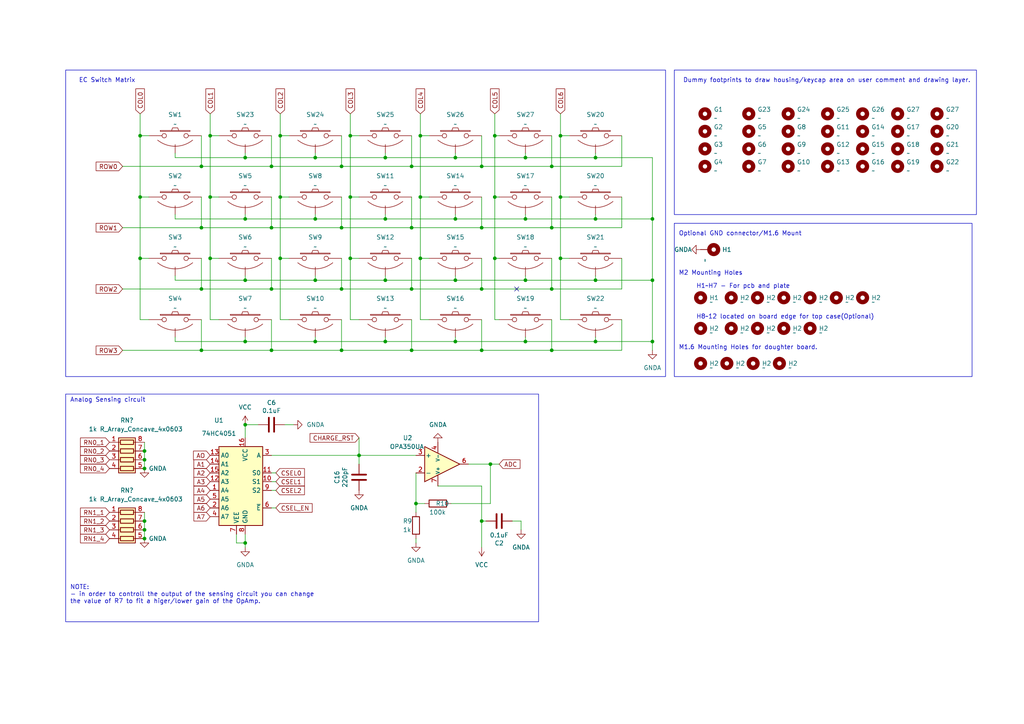
<source format=kicad_sch>
(kicad_sch (version 20230121) (generator eeschema)
  (paper "A4")
  (title_block (title "Key Matrix") (date "2023-07-18") (rev "1.0") (comment 2 "MIT License"))
  (lib_symbols
    (symbol "74xx:74HC4051"
      (property "Reference" "U" (at -5.08 11.43 0))
      (property "Value" "74HC4051" (at -7.62 -13.97 0))
      (symbol "74HC4051_0_1"
        (rectangle (start -5.08 10.16) (end 7.62 -12.7) (stroke (width 0.254)) (fill (type background)))
      )
      (symbol "74HC4051_1_1"
        (pin passive line (at 10.16 -2.54 180) (length 2.54) (name "A4") (number "1"))
        (pin input line (at -7.62 0 0) (length 2.54) (name "S1") (number "10"))
        (pin input line (at -7.62 2.54 0) (length 2.54) (name "S0") (number "11"))
        (pin passive line (at 10.16 0 180) (length 2.54) (name "A3") (number "12"))
        (pin passive line (at 10.16 7.62 180) (length 2.54) (name "A0") (number "13"))
        (pin passive line (at 10.16 5.08 180) (length 2.54) (name "A1") (number "14"))
        (pin passive line (at 10.16 2.54 180) (length 2.54) (name "A2") (number "15"))
        (pin power_in line (at 0 12.7 270) (length 2.54) (name "VCC") (number "16"))
        (pin passive line (at 10.16 -7.62 180) (length 2.54) (name "A6") (number "2"))
        (pin passive line (at -7.62 7.62 0) (length 2.54) (name "A") (number "3"))
        (pin passive line (at 10.16 -10.16 180) (length 2.54) (name "A7") (number "4"))
        (pin passive line (at 10.16 -5.08 180) (length 2.54) (name "A5") (number "5"))
        (pin input line (at -7.62 -7.62 0) (length 2.54) (name "~{E}") (number "6"))
        (pin power_in line (at 2.54 -15.24 90) (length 2.54) (name "VEE") (number "7"))
        (pin power_in line (at 0 -15.24 90) (length 2.54) (name "GND") (number "8"))
        (pin input line (at -7.62 -2.54 0) (length 2.54) (name "S2") (number "9"))
      )
    )
    (symbol "Device:C" (pin_numbers hide) (pin_names (offset 0.254))
      (property "Reference" "C" (at 0.635 2.54 0))
      (property "Value" "C" (at 0.635 -2.54 0))
      (symbol "C_0_1"
        (polyline (pts (xy -2.032 -0.762) (xy 2.032 -0.762)) (stroke (width 0.508)))
        (polyline (pts (xy -2.032 0.762) (xy 2.032 0.762)) (stroke (width 0.508)))
      )
      (symbol "C_1_1"
        (pin passive line (at 0 3.81 270) (length 2.794) (name "~") (number "1"))
        (pin passive line (at 0 -3.81 90) (length 2.794) (name "~") (number "2"))
      )
    )
    (symbol "Device:R" (pin_numbers hide) (pin_names (offset 0))
      (property "Reference" "R" (at 2.032 0 90))
      (property "Value" "R" (at 0 0 90))
      (symbol "R_0_1"
        (rectangle (start -1.016 -2.54) (end 1.016 2.54) (stroke (width 0.254)))
      )
      (symbol "R_1_1"
        (pin passive line (at 0 3.81 270) (length 1.27) (name "~") (number "1"))
        (pin passive line (at 0 -3.81 90) (length 1.27) (name "~") (number "2"))
      )
    )
    (symbol "Mechanical:MountingHole" (pin_names (offset 1.016))
      (property "Reference" "H" (at 0 5.08 0))
      (property "Value" "MountingHole" (at 0 3.175 0))
      (symbol "MountingHole_0_1"
        (circle (center 0 0) (radius 1.27) (stroke (width 1.27)))
      )
    )
    (symbol "Mechanical:MountingHole_Pad" (pin_numbers hide) (pin_names (offset 1.016) hide)
      (property "Reference" "H" (at 0 6.35 0))
      (property "Value" "MountingHole_Pad" (at 0 4.445 0))
      (symbol "MountingHole_Pad_0_1"
        (circle (center 0 1.27) (radius 1.27) (stroke (width 1.27)))
      )
      (symbol "MountingHole_Pad_1_1"
        (pin input line (at 0 -2.54 90) (length 2.54) (name "1") (number "1"))
      )
    )
    (symbol "PCM_Amplifier_Operational_AKL:OPA350UA" (pin_names (offset 0.2))
      (property "Reference" "U" (at 2.54 7.62 0))
      (property "Value" "OPA350UA" (at 2.54 5.08 0))
      (symbol "OPA350UA_0_1"
        (polyline (pts (xy -5.08 5.08) (xy -5.08 -5.08) (xy 5.08 0) (xy -5.08 5.08)) (stroke (width 0.254)) (fill (type background)))
      )
      (symbol "OPA350UA_1_1"
        (pin no_connect line (at 1.27 1.27 270) (length 2.54) hide (name "NC") (number "1"))
        (pin input line (at -7.62 2.54 0) (length 2.54) (name "-") (number "2"))
        (pin input line (at -7.62 -2.54 0) (length 2.54) (name "+") (number "3"))
        (pin power_in line (at -1.27 -6.35 90) (length 3.18) (name "V-") (number "4"))
        (pin no_connect line (at 0 -1.27 90) (length 2.54) hide (name "NC") (number "5"))
        (pin output line (at 7.62 0 180) (length 2.54) (name "~") (number "6"))
        (pin power_in line (at -1.27 6.35 270) (length 3.18) (name "V+") (number "7"))
        (pin no_connect line (at -2.54 -1.27 90) (length 2.54) hide (name "NC") (number "8"))
      )
    )
    (symbol "PCM_Resistor_AKL:R_4x0612_Convex" (pin_names (offset 0.002) hide)
      (property "Reference" "RN" (at 5.08 1.27 0))
      (property "Value" "R_4x0612_Convex" (at 5.08 -1.27 0))
      (symbol "R_4x0612_Convex_0_1"
        (rectangle (start -6.35 -2.413) (end 3.81 2.413) (stroke (width 0.254)) (fill (type background)))
        (rectangle (start -5.715 1.905) (end -4.445 -1.905) (stroke (width 0.254)))
        (rectangle (start -3.175 1.905) (end -1.905 -1.905) (stroke (width 0.254)))
        (rectangle (start -0.635 1.905) (end 0.635 -1.905) (stroke (width 0.254)))
        (polyline (pts (xy -5.08 -2.54) (xy -5.08 -1.905)))
        (polyline (pts (xy -5.08 1.905) (xy -5.08 2.54)))
        (polyline (pts (xy -2.54 -2.54) (xy -2.54 -1.905)))
        (polyline (pts (xy -2.54 1.905) (xy -2.54 2.54)))
        (polyline (pts (xy 0 -2.54) (xy 0 -1.905)))
        (polyline (pts (xy 0 1.905) (xy 0 2.54)))
        (polyline (pts (xy 2.54 -2.54) (xy 2.54 -1.905)))
        (polyline (pts (xy 2.54 1.905) (xy 2.54 2.54)))
        (rectangle (start 1.905 1.905) (end 3.175 -1.905) (stroke (width 0.254)))
      )
      (symbol "R_4x0612_Convex_1_1"
        (pin passive line (at -5.08 -5.08 90) (length 2.54) (name "R1.1") (number "1"))
        (pin passive line (at -2.54 -5.08 90) (length 2.54) (name "R2.1") (number "2"))
        (pin passive line (at 0 -5.08 90) (length 2.54) (name "R3.1") (number "3"))
        (pin passive line (at 2.54 -5.08 90) (length 2.54) (name "R4.1") (number "4"))
        (pin passive line (at 2.54 5.08 270) (length 2.54) (name "R4.2") (number "5"))
        (pin passive line (at 0 5.08 270) (length 2.54) (name "R3.2") (number "6"))
        (pin passive line (at -2.54 5.08 270) (length 2.54) (name "R2.2") (number "7"))
        (pin passive line (at -5.08 5.08 270) (length 2.54) (name "R1.2") (number "8"))
      )
    )
    (symbol "cipulot_parts:EC_SW" (pin_numbers hide) (pin_names (offset 1.016) hide)
      (property "Reference" "SW" (at 3.81 2.794 0))
      (property "Value" "EC_SW" (at -3.81 3.81 0))
      (symbol "EC_SW_0_1"
        (arc (start -5.08 -1.27) (mid 0 -3.052) (end 5.08 -1.27))
        (rectangle (start -4.318 1.27) (end 4.318 1.524))
        (polyline (pts (xy -1.016 1.524) (xy -0.762 2.286) (xy 0.762 2.286) (xy 1.016 1.524)))
        (pin passive inverted (at -7.62 0 0) (length 5.08) (name "1") (number "1"))
        (pin passive inverted (at 7.62 0 180) (length 5.08) (name "2") (number "2"))
      )
      (symbol "EC_SW_1_1"
        (pin input line (at 0 -5.08 90) (length 2.54) (name "SG") (number "3"))
      )
    )
    (symbol "power:GNDA" (power) (pin_names (offset 0))
      (property "Value" "GNDA" (at 0 -3.81 0))
      (symbol "GNDA_0_1"
        (polyline (pts (xy 0 0) (xy 0 -1.27) (xy 1.27 -1.27) (xy 0 -2.54) (xy -1.27 -1.27) (xy 0 -1.27)))
      )
      (symbol "GNDA_1_1"
        (pin power_in line (at 0 0 270) (length 0) hide (name "GNDA") (number "1"))
      )
    )
    (symbol "power:VCC" (power) (pin_names (offset 0))
      (property "Value" "VCC" (at 0 3.81 0))
      (symbol "VCC_0_1"
        (polyline (pts (xy -0.762 1.27) (xy 0 2.54)))
        (polyline (pts (xy 0 0) (xy 0 2.54)))
        (polyline (pts (xy 0 2.54) (xy 0.762 1.27)))
      )
      (symbol "VCC_1_1"
        (pin power_in line (at 0 0 90) (length 0) hide (name "VCC") (number "1"))
      )
    )
  )
  (junction (at 132.08 63.5))
  (junction (at 91.44 63.5))
  (junction (at 60.96 74.93))
  (junction (at 81.28 74.93))
  (junction (at 71.12 81.28))
  (junction (at 152.4 63.5))
  (junction (at 162.56 74.93))
  (junction (at 111.76 81.28))
  (junction (at 81.28 57.15))
  (junction (at 132.08 81.28))
  (junction (at 143.51 39.37))
  (junction (at 81.28 39.37))
  (junction (at 99.06 101.6))
  (junction (at 142.24 134.62))
  (junction (at 78.74 101.6))
  (junction (at 152.4 99.06))
  (junction (at 132.08 99.06))
  (junction (at 71.12 63.5))
  (junction (at 41.91 156.21))
  (junction (at 139.7 151.13))
  (junction (at 189.23 63.5))
  (junction (at 40.64 57.15))
  (junction (at 58.42 83.82))
  (junction (at 78.74 83.82))
  (junction (at 41.91 135.89))
  (junction (at 60.96 39.37))
  (junction (at 41.91 153.67))
  (junction (at 58.42 101.6))
  (junction (at 111.76 99.06))
  (junction (at 71.12 45.72))
  (junction (at 143.51 57.15))
  (junction (at 119.38 83.82))
  (junction (at 78.74 48.26))
  (junction (at 172.72 99.06))
  (junction (at 160.02 66.04))
  (junction (at 71.12 123.19))
  (junction (at 91.44 81.28))
  (junction (at 101.6 74.93))
  (junction (at 119.38 66.04))
  (junction (at 143.51 74.93))
  (junction (at 152.4 81.28))
  (junction (at 91.44 99.06))
  (junction (at 58.42 48.26))
  (junction (at 121.92 74.93))
  (junction (at 99.06 66.04))
  (junction (at 160.02 83.82))
  (junction (at 60.96 57.15))
  (junction (at 162.56 39.37))
  (junction (at 41.91 151.13))
  (junction (at 132.08 45.72))
  (junction (at 121.92 39.37))
  (junction (at 58.42 66.04))
  (junction (at 71.12 157.48))
  (junction (at 78.74 66.04))
  (junction (at 101.6 39.37))
  (junction (at 111.76 63.5))
  (junction (at 120.65 146.05))
  (junction (at 111.76 45.72))
  (junction (at 139.7 83.82))
  (junction (at 172.72 63.5))
  (junction (at 162.56 57.15))
  (junction (at 41.91 133.35))
  (junction (at 40.64 39.37))
  (junction (at 104.14 132.08))
  (junction (at 189.23 81.28))
  (junction (at 172.72 45.72))
  (junction (at 91.44 45.72))
  (junction (at 152.4 45.72))
  (junction (at 119.38 48.26))
  (junction (at 139.7 66.04))
  (junction (at 40.64 74.93))
  (junction (at 139.7 101.6))
  (junction (at 121.92 57.15))
  (junction (at 99.06 83.82))
  (junction (at 139.7 48.26))
  (junction (at 119.38 101.6))
  (junction (at 101.6 57.15))
  (junction (at 172.72 81.28))
  (junction (at 160.02 101.6))
  (junction (at 41.91 130.81))
  (junction (at 99.06 48.26))
  (junction (at 189.23 99.06))
  (junction (at 160.02 48.26))
  (junction (at 71.12 99.06))
  (no_connect (at 149.86 83.82))
  (wire (pts (xy 71.12 62.23) (xy 71.12 63.5)))
  (wire (pts (xy 152.4 80.01) (xy 152.4 81.28)))
  (wire (pts (xy 60.96 39.37) (xy 63.5 39.37)))
  (wire (pts (xy 60.96 92.71) (xy 60.96 74.93)))
  (wire (pts (xy 78.74 92.71) (xy 78.74 101.6)))
  (wire (pts (xy 81.28 39.37) (xy 81.28 57.15)))
  (wire (pts (xy 119.38 66.04) (xy 139.7 66.04)))
  (wire (pts (xy 143.51 39.37) (xy 144.78 39.37)))
  (wire (pts (xy 99.06 83.82) (xy 119.38 83.82)))
  (wire (pts (xy 71.12 157.48) (xy 71.12 158.75)))
  (wire (pts (xy 121.92 74.93) (xy 124.46 74.93)))
  (wire (pts (xy 139.7 101.6) (xy 119.38 101.6)))
  (wire (pts (xy 80.01 147.32) (xy 78.74 147.32)))
  (wire (pts (xy 162.56 74.93) (xy 165.1 74.93)))
  (wire (pts (xy 81.28 33.02) (xy 81.28 39.37)))
  (wire (pts (xy 148.59 151.13) (xy 151.13 151.13)))
  (wire (pts (xy 160.02 39.37) (xy 160.02 48.26)))
  (wire (pts (xy 50.8 80.01) (xy 50.8 81.28)))
  (wire (pts (xy 111.76 81.28) (xy 132.08 81.28)))
  (wire (pts (xy 127 140.97) (xy 139.7 140.97)))
  (wire (pts (xy 78.74 101.6) (xy 58.42 101.6)))
  (wire (pts (xy 99.06 66.04) (xy 119.38 66.04)))
  (wire (pts (xy 132.08 62.23) (xy 132.08 63.5)))
  (wire (pts (xy 101.6 39.37) (xy 104.14 39.37)))
  (wire (pts (xy 121.92 39.37) (xy 124.46 39.37)))
  (wire (pts (xy 180.34 101.6) (xy 160.02 101.6)))
  (wire (pts (xy 142.24 134.62) (xy 144.78 134.62)))
  (wire (pts (xy 139.7 66.04) (xy 160.02 66.04)))
  (wire (pts (xy 91.44 45.72) (xy 111.76 45.72)))
  (wire (pts (xy 111.76 80.01) (xy 111.76 81.28)))
  (wire (pts (xy 99.06 74.93) (xy 99.06 83.82)))
  (wire (pts (xy 78.74 48.26) (xy 99.06 48.26)))
  (wire (pts (xy 99.06 39.37) (xy 99.06 48.26)))
  (wire (pts (xy 91.44 97.79) (xy 91.44 99.06)))
  (wire (pts (xy 111.76 45.72) (xy 132.08 45.72)))
  (wire (pts (xy 58.42 48.26) (xy 78.74 48.26)))
  (wire (pts (xy 99.06 48.26) (xy 119.38 48.26)))
  (wire (pts (xy 189.23 99.06) (xy 189.23 101.6)))
  (wire (pts (xy 41.91 133.35) (xy 41.91 130.81)))
  (wire (pts (xy 99.06 92.71) (xy 99.06 101.6)))
  (wire (pts (xy 63.5 92.71) (xy 60.96 92.71)))
  (wire (pts (xy 91.44 80.01) (xy 91.44 81.28)))
  (wire (pts (xy 120.65 156.21) (xy 120.65 157.48)))
  (wire (pts (xy 140.97 151.13) (xy 139.7 151.13)))
  (wire (pts (xy 104.14 92.71) (xy 101.6 92.71)))
  (wire (pts (xy 160.02 83.82) (xy 180.34 83.82)))
  (wire (pts (xy 160.02 74.93) (xy 160.02 83.82)))
  (wire (pts (xy 50.8 44.45) (xy 50.8 45.72)))
  (wire (pts (xy 101.6 39.37) (xy 101.6 57.15)))
  (wire (pts (xy 120.65 146.05) (xy 123.19 146.05)))
  (wire (pts (xy 172.72 99.06) (xy 189.23 99.06)))
  (wire (pts (xy 189.23 45.72) (xy 189.23 63.5)))
  (wire (pts (xy 41.91 130.81) (xy 41.91 128.27)))
  (wire (pts (xy 172.72 97.79) (xy 172.72 99.06)))
  (wire (pts (xy 78.74 142.24) (xy 80.01 142.24)))
  (wire (pts (xy 180.34 57.15) (xy 180.34 66.04)))
  (wire (pts (xy 160.02 48.26) (xy 180.34 48.26)))
  (wire (pts (xy 119.38 101.6) (xy 99.06 101.6)))
  (wire (pts (xy 189.23 63.5) (xy 189.23 81.28)))
  (wire (pts (xy 81.28 39.37) (xy 83.82 39.37)))
  (wire (pts (xy 139.7 48.26) (xy 160.02 48.26)))
  (wire (pts (xy 135.89 134.62) (xy 142.24 134.62)))
  (wire (pts (xy 71.12 81.28) (xy 91.44 81.28)))
  (wire (pts (xy 60.96 57.15) (xy 60.96 39.37)))
  (wire (pts (xy 172.72 80.01) (xy 172.72 81.28)))
  (wire (pts (xy 172.72 63.5) (xy 189.23 63.5)))
  (wire (pts (xy 160.02 57.15) (xy 160.02 66.04)))
  (wire (pts (xy 162.56 74.93) (xy 162.56 92.71)))
  (wire (pts (xy 60.96 33.02) (xy 60.96 39.37)))
  (wire (pts (xy 40.64 39.37) (xy 40.64 57.15)))
  (wire (pts (xy 60.96 74.93) (xy 60.96 57.15)))
  (wire (pts (xy 35.56 48.26) (xy 58.42 48.26)))
  (wire (pts (xy 143.51 92.71) (xy 143.51 74.93)))
  (wire (pts (xy 101.6 92.71) (xy 101.6 74.93)))
  (wire (pts (xy 119.38 39.37) (xy 119.38 48.26)))
  (wire (pts (xy 71.12 45.72) (xy 91.44 45.72)))
  (wire (pts (xy 68.58 157.48) (xy 71.12 157.48)))
  (wire (pts (xy 121.92 33.02) (xy 121.92 39.37)))
  (wire (pts (xy 160.02 92.71) (xy 160.02 101.6)))
  (wire (pts (xy 101.6 57.15) (xy 104.14 57.15)))
  (wire (pts (xy 40.64 39.37) (xy 43.18 39.37)))
  (wire (pts (xy 91.44 99.06) (xy 111.76 99.06)))
  (wire (pts (xy 78.74 57.15) (xy 78.74 66.04)))
  (wire (pts (xy 152.4 44.45) (xy 152.4 45.72)))
  (wire (pts (xy 111.76 63.5) (xy 132.08 63.5)))
  (wire (pts (xy 40.64 74.93) (xy 43.18 74.93)))
  (wire (pts (xy 111.76 97.79) (xy 111.76 99.06)))
  (wire (pts (xy 58.42 74.93) (xy 58.42 83.82)))
  (wire (pts (xy 160.02 66.04) (xy 180.34 66.04)))
  (wire (pts (xy 50.8 62.23) (xy 50.8 63.5)))
  (wire (pts (xy 130.81 146.05) (xy 142.24 146.05)))
  (wire (pts (xy 119.38 92.71) (xy 119.38 101.6)))
  (wire (pts (xy 60.96 74.93) (xy 63.5 74.93)))
  (wire (pts (xy 152.4 99.06) (xy 172.72 99.06)))
  (wire (pts (xy 78.74 83.82) (xy 99.06 83.82)))
  (wire (pts (xy 142.24 146.05) (xy 142.24 134.62)))
  (wire (pts (xy 162.56 39.37) (xy 162.56 57.15)))
  (wire (pts (xy 99.06 57.15) (xy 99.06 66.04)))
  (wire (pts (xy 189.23 81.28) (xy 189.23 99.06)))
  (wire (pts (xy 119.38 83.82) (xy 139.7 83.82)))
  (wire (pts (xy 119.38 74.93) (xy 119.38 83.82)))
  (wire (pts (xy 71.12 154.94) (xy 71.12 157.48)))
  (wire (pts (xy 132.08 81.28) (xy 152.4 81.28)))
  (wire (pts (xy 60.96 57.15) (xy 63.5 57.15)))
  (wire (pts (xy 81.28 74.93) (xy 83.82 74.93)))
  (wire (pts (xy 81.28 57.15) (xy 83.82 57.15)))
  (wire (pts (xy 119.38 57.15) (xy 119.38 66.04)))
  (wire (pts (xy 132.08 97.79) (xy 132.08 99.06)))
  (wire (pts (xy 121.92 74.93) (xy 121.92 57.15)))
  (wire (pts (xy 172.72 81.28) (xy 189.23 81.28)))
  (wire (pts (xy 50.8 81.28) (xy 71.12 81.28)))
  (wire (pts (xy 143.51 33.02) (xy 143.51 39.37)))
  (wire (pts (xy 41.91 135.89) (xy 41.91 133.35)))
  (wire (pts (xy 50.8 45.72) (xy 71.12 45.72)))
  (wire (pts (xy 120.65 146.05) (xy 120.65 148.59)))
  (wire (pts (xy 143.51 39.37) (xy 143.51 57.15)))
  (wire (pts (xy 50.8 99.06) (xy 71.12 99.06)))
  (wire (pts (xy 78.74 74.93) (xy 78.74 83.82)))
  (wire (pts (xy 68.58 154.94) (xy 68.58 157.48)))
  (wire (pts (xy 71.12 80.01) (xy 71.12 81.28)))
  (wire (pts (xy 41.91 151.13) (xy 41.91 148.59)))
  (wire (pts (xy 139.7 74.93) (xy 139.7 83.82)))
  (wire (pts (xy 78.74 132.08) (xy 104.14 132.08)))
  (wire (pts (xy 91.44 44.45) (xy 91.44 45.72)))
  (wire (pts (xy 58.42 83.82) (xy 78.74 83.82)))
  (wire (pts (xy 143.51 74.93) (xy 143.51 57.15)))
  (wire (pts (xy 35.56 101.6) (xy 58.42 101.6)))
  (wire (pts (xy 119.38 48.26) (xy 139.7 48.26)))
  (wire (pts (xy 172.72 62.23) (xy 172.72 63.5)))
  (wire (pts (xy 40.64 57.15) (xy 43.18 57.15)))
  (wire (pts (xy 41.91 156.21) (xy 41.91 153.67)))
  (wire (pts (xy 50.8 97.79) (xy 50.8 99.06)))
  (wire (pts (xy 78.74 139.7) (xy 80.01 139.7)))
  (wire (pts (xy 71.12 99.06) (xy 91.44 99.06)))
  (wire (pts (xy 165.1 39.37) (xy 162.56 39.37)))
  (wire (pts (xy 162.56 57.15) (xy 162.56 74.93)))
  (wire (pts (xy 152.4 97.79) (xy 152.4 99.06)))
  (wire (pts (xy 91.44 62.23) (xy 91.44 63.5)))
  (wire (pts (xy 40.64 74.93) (xy 40.64 92.71)))
  (wire (pts (xy 180.34 39.37) (xy 180.34 48.26)))
  (wire (pts (xy 35.56 66.04) (xy 58.42 66.04)))
  (wire (pts (xy 104.14 127) (xy 104.14 132.08)))
  (wire (pts (xy 74.93 123.19) (xy 71.12 123.19)))
  (wire (pts (xy 40.64 57.15) (xy 40.64 74.93)))
  (wire (pts (xy 121.92 39.37) (xy 121.92 57.15)))
  (wire (pts (xy 124.46 92.71) (xy 121.92 92.71)))
  (wire (pts (xy 152.4 81.28) (xy 172.72 81.28)))
  (wire (pts (xy 101.6 74.93) (xy 101.6 57.15)))
  (wire (pts (xy 111.76 62.23) (xy 111.76 63.5)))
  (wire (pts (xy 172.72 45.72) (xy 189.23 45.72)))
  (wire (pts (xy 162.56 33.02) (xy 162.56 39.37)))
  (wire (pts (xy 132.08 99.06) (xy 152.4 99.06)))
  (wire (pts (xy 71.12 97.79) (xy 71.12 99.06)))
  (wire (pts (xy 81.28 57.15) (xy 81.28 74.93)))
  (wire (pts (xy 132.08 80.01) (xy 132.08 81.28)))
  (wire (pts (xy 143.51 57.15) (xy 144.78 57.15)))
  (wire (pts (xy 104.14 132.08) (xy 104.14 134.62)))
  (wire (pts (xy 152.4 63.5) (xy 172.72 63.5)))
  (wire (pts (xy 82.55 123.19) (xy 85.09 123.19)))
  (wire (pts (xy 35.56 83.82) (xy 58.42 83.82)))
  (wire (pts (xy 152.4 62.23) (xy 152.4 63.5)))
  (wire (pts (xy 162.56 57.15) (xy 165.1 57.15)))
  (wire (pts (xy 152.4 45.72) (xy 172.72 45.72)))
  (wire (pts (xy 180.34 92.71) (xy 180.34 101.6)))
  (wire (pts (xy 83.82 92.71) (xy 81.28 92.71)))
  (wire (pts (xy 40.64 33.02) (xy 40.64 39.37)))
  (wire (pts (xy 58.42 92.71) (xy 58.42 101.6)))
  (wire (pts (xy 71.12 63.5) (xy 91.44 63.5)))
  (wire (pts (xy 139.7 92.71) (xy 139.7 101.6)))
  (wire (pts (xy 50.8 63.5) (xy 71.12 63.5)))
  (wire (pts (xy 58.42 66.04) (xy 78.74 66.04)))
  (wire (pts (xy 101.6 74.93) (xy 104.14 74.93)))
  (wire (pts (xy 132.08 45.72) (xy 152.4 45.72)))
  (wire (pts (xy 180.34 74.93) (xy 180.34 83.82)))
  (wire (pts (xy 78.74 66.04) (xy 99.06 66.04)))
  (wire (pts (xy 120.65 137.16) (xy 120.65 146.05)))
  (wire (pts (xy 81.28 74.93) (xy 81.28 92.71)))
  (wire (pts (xy 139.7 158.75) (xy 139.7 151.13)))
  (wire (pts (xy 101.6 33.02) (xy 101.6 39.37)))
  (wire (pts (xy 132.08 63.5) (xy 152.4 63.5)))
  (wire (pts (xy 144.78 92.71) (xy 143.51 92.71)))
  (wire (pts (xy 165.1 92.71) (xy 162.56 92.71)))
  (wire (pts (xy 139.7 39.37) (xy 139.7 48.26)))
  (wire (pts (xy 43.18 92.71) (xy 40.64 92.71)))
  (wire (pts (xy 121.92 57.15) (xy 124.46 57.15)))
  (wire (pts (xy 71.12 123.19) (xy 71.12 127)))
  (wire (pts (xy 172.72 44.45) (xy 172.72 45.72)))
  (wire (pts (xy 151.13 151.13) (xy 151.13 153.67)))
  (wire (pts (xy 58.42 39.37) (xy 58.42 48.26)))
  (wire (pts (xy 91.44 81.28) (xy 111.76 81.28)))
  (wire (pts (xy 143.51 74.93) (xy 144.78 74.93)))
  (wire (pts (xy 132.08 44.45) (xy 132.08 45.72)))
  (wire (pts (xy 41.91 153.67) (xy 41.91 151.13)))
  (wire (pts (xy 139.7 83.82) (xy 160.02 83.82)))
  (wire (pts (xy 111.76 44.45) (xy 111.76 45.72)))
  (wire (pts (xy 99.06 101.6) (xy 78.74 101.6)))
  (wire (pts (xy 78.74 137.16) (xy 80.01 137.16)))
  (wire (pts (xy 111.76 99.06) (xy 132.08 99.06)))
  (wire (pts (xy 121.92 92.71) (xy 121.92 74.93)))
  (wire (pts (xy 71.12 44.45) (xy 71.12 45.72)))
  (wire (pts (xy 58.42 57.15) (xy 58.42 66.04)))
  (wire (pts (xy 160.02 101.6) (xy 139.7 101.6)))
  (wire (pts (xy 78.74 39.37) (xy 78.74 48.26)))
  (wire (pts (xy 91.44 63.5) (xy 111.76 63.5)))
  (wire (pts (xy 139.7 57.15) (xy 139.7 66.04)))
  (wire (pts (xy 139.7 140.97) (xy 139.7 151.13)))
  (wire (pts (xy 104.14 132.08) (xy 120.65 132.08)))
  (rectangle (start 195.58 20.32) (end 283.21 62.23))
  (rectangle (start 19.05 114.3) (end 156.21 180.34))
  (rectangle (start 19.05 20.32) (end 193.04 109.22))
  (rectangle (start 195.58 64.77) (end 281.94 109.22))
  (text "Analog Sensing circuit\n" (at 20.32 116.84 0) (effects (font (size 1.27 1.27)) (justify left bottom)))
  (text "EC Switch Matrix\n" (at 22.86 24.13 0) (effects (font (size 1.27 1.27)) (justify left bottom)))
  (text "NOTE:\n- in order to controll the output of the sensing circuit you can change\nthe value of R7 to fit a higer/lower gain of the OpAmp.\n" (at 20.32 175.26 0) (effects (font (size 1.27 1.27)) (justify left bottom)))
  (text "H1~H7 - For pcb and plate" (at 201.93 83.82 0) (effects (font (size 1.27 1.27)) (justify left bottom)))
  (text "H8~12 located on board edge for top case(Optional)" (at 201.93 92.71 0) (effects (font (size 1.27 1.27)) (justify left bottom)))
  (text "Dummy footprints to draw housing/keycap area on user comment and drawing layer.\n" (at 198.12 24.13 0) (effects (font (size 1.27 1.27)) (justify left bottom)))
  (text "M1.6 Mounting Holes for doughter board." (at 196.85 101.6 0) (effects (font (size 1.27 1.27)) (justify left bottom)))
  (text "M2 Mounting Holes " (at 196.85 80.01 0) (effects (font (size 1.27 1.27)) (justify left bottom)))
  (text "Optional GND connector/M1.6 Mount" (at 196.85 68.58 0) (effects (font (size 1.27 1.27)) (justify left bottom)))
  (global_label "RN0_3" (shape input) (at 31.75 133.35 180) (property "Intersheetrefs" "${INTERSHEET_REFS}" (effects hide)))
  (global_label "CSEL2" (shape input) (at 80.01 142.24 0) (property "Intersheetrefs" "${INTERSHEET_REFS}" (effects hide)))
  (global_label "COL0" (shape input) (at 40.64 33.02 90) (property "Intersheetrefs" "${INTERSHEET_REFS}" (effects hide)))
  (global_label "COL4" (shape input) (at 121.92 33.02 90) (property "Intersheetrefs" "${INTERSHEET_REFS}" (effects hide)))
  (global_label "RN0_1" (shape input) (at 31.75 128.27 180) (property "Intersheetrefs" "${INTERSHEET_REFS}" (effects hide)))
  (global_label "ROW0" (shape input) (at 35.56 48.26 180) (property "Intersheetrefs" "${INTERSHEET_REFS}" (effects hide)))
  (global_label "RN0_4" (shape input) (at 31.75 135.89 180) (property "Intersheetrefs" "${INTERSHEET_REFS}" (effects hide)))
  (global_label "COL1" (shape input) (at 60.96 33.02 90) (property "Intersheetrefs" "${INTERSHEET_REFS}" (effects hide)))
  (global_label "A1" (shape input) (at 60.96 134.62 180) (property "Intersheetrefs" "${INTERSHEET_REFS}" (effects hide)))
  (global_label "RN1_1" (shape input) (at 31.75 148.59 180) (property "Intersheetrefs" "${INTERSHEET_REFS}" (effects hide)))
  (global_label "COL5" (shape input) (at 143.51 33.02 90) (property "Intersheetrefs" "${INTERSHEET_REFS}" (effects hide)))
  (global_label "A2" (shape input) (at 60.96 137.16 180) (property "Intersheetrefs" "${INTERSHEET_REFS}" (effects hide)))
  (global_label "RN1_4" (shape input) (at 31.75 156.21 180) (property "Intersheetrefs" "${INTERSHEET_REFS}" (effects hide)))
  (global_label "CSEL1" (shape input) (at 80.01 139.7 0) (property "Intersheetrefs" "${INTERSHEET_REFS}" (effects hide)))
  (global_label "COL3" (shape input) (at 101.6 33.02 90) (property "Intersheetrefs" "${INTERSHEET_REFS}" (effects hide)))
  (global_label "A6" (shape input) (at 60.96 147.32 180) (property "Intersheetrefs" "${INTERSHEET_REFS}" (effects hide)))
  (global_label "ROW1" (shape input) (at 35.56 66.04 180) (property "Intersheetrefs" "${INTERSHEET_REFS}" (effects hide)))
  (global_label "A4" (shape input) (at 60.96 142.24 180) (property "Intersheetrefs" "${INTERSHEET_REFS}" (effects hide)))
  (global_label "RN1_3" (shape input) (at 31.75 153.67 180) (property "Intersheetrefs" "${INTERSHEET_REFS}" (effects hide)))
  (global_label "A3" (shape input) (at 60.96 139.7 180) (property "Intersheetrefs" "${INTERSHEET_REFS}" (effects hide)))
  (global_label "ROW3" (shape input) (at 35.56 101.6 180) (property "Intersheetrefs" "${INTERSHEET_REFS}" (effects hide)))
  (global_label "ADC" (shape input) (at 144.78 134.62 0) (property "Intersheetrefs" "${INTERSHEET_REFS}" (effects hide)))
  (global_label "COL6" (shape input) (at 162.56 33.02 90) (property "Intersheetrefs" "${INTERSHEET_REFS}" (effects hide)))
  (global_label "CHARGE_RST" (shape input) (at 104.14 127 180) (property "Intersheetrefs" "${INTERSHEET_REFS}" (effects hide)))
  (global_label "RN0_2" (shape input) (at 31.75 130.81 180) (property "Intersheetrefs" "${INTERSHEET_REFS}" (effects hide)))
  (global_label "A7" (shape input) (at 60.96 149.86 180) (property "Intersheetrefs" "${INTERSHEET_REFS}" (effects hide)))
  (global_label "ROW2" (shape input) (at 35.56 83.82 180) (property "Intersheetrefs" "${INTERSHEET_REFS}" (effects hide)))
  (global_label "CSEL_EN" (shape input) (at 80.01 147.32 0) (property "Intersheetrefs" "${INTERSHEET_REFS}" (effects hide)))
  (global_label "A5" (shape input) (at 60.96 144.78 180) (property "Intersheetrefs" "${INTERSHEET_REFS}" (effects hide)))
  (global_label "AO" (shape input) (at 60.96 132.08 180) (property "Intersheetrefs" "${INTERSHEET_REFS}" (effects hide)))
  (global_label "RN1_2" (shape input) (at 31.75 151.13 180) (property "Intersheetrefs" "${INTERSHEET_REFS}" (effects hide)))
  (global_label "COL2" (shape input) (at 81.28 33.02 90) (property "Intersheetrefs" "${INTERSHEET_REFS}" (effects hide)))
  (global_label "CSEL0" (shape input) (at 80.01 137.16 0) (property "Intersheetrefs" "${INTERSHEET_REFS}" (effects hide)))
  (symbol (lib_id "Mechanical:MountingHole") (at 203.2 95.25 0) (unit 1)
    (property "Reference" "H2" (at 205.74 95.2499 0) (effects (justify left)))
    (property "Value" "~" (at 205.74 96.5199 0) (effects (justify left)))
    (property "Footprint" "ec_parts:MountingHole_2.05mm" (effects hide))
    (instances (project "cornelike_ec2040" (path "" (reference "H2") (unit 1))) (project "keyboard_left" (path "" (reference "H?") (unit 1)) (path "" (reference "H2") (unit 1))))
  )
  (symbol (lib_id "power:GNDA") (at 71.12 158.75 0) (unit 1)
    (property "Reference" "#PWR?" (effects hide))
    (property "Value" "GNDA" (at 71.12 163.83 0))
    (instances (project "keyboard_left" (path "" (reference "#PWR?") (unit 1)) (path "" (reference "#PWR037") (unit 1))))
  )
  (symbol (lib_id "Mechanical:MountingHole") (at 271.78 48.26 0) (unit 1)
    (property "Reference" "G22" (at 274.32 46.9899 0) (effects (justify left)))
    (property "Value" "~" (at 274.32 49.5299 0) (effects (justify left)))
    (property "Footprint" "ec_parts:ecs_housing_graphic_1.5U" (effects hide))
  )
  (symbol (lib_id "Device:R") (at 120.65 152.4 0) (unit 1)
    (property "Reference" "R9" (at 116.84 151.13 0) (effects (justify left)))
    (property "Value" "1k" (at 116.84 153.67 0) (effects (justify left)))
    (property "Footprint" "PCM_Resistor_SMD_AKL:R_0603_1608Metric" (effects hide))
    (property "LCSC" "C3152127" (effects hide))
    (instances (project "cornelike_ec2040" (path "" (reference "R9") (unit 1))) (project "keyboard_left" (path "" (reference "R?") (unit 1)) (path "" (reference "R6") (unit 1))))
  )
  (symbol (lib_id "Mechanical:MountingHole") (at 260.35 43.18 0) (unit 1)
    (property "Reference" "G18" (at 262.89 41.9099 0) (effects (justify left)))
    (property "Value" "~" (at 262.89 44.4499 0) (effects (justify left)))
    (property "Footprint" "ec_parts:ecs_housing_graphic" (effects hide))
  )
  (symbol (lib_id "Mechanical:MountingHole") (at 210.82 105.41 0) (unit 1)
    (property "Reference" "H2" (at 213.36 105.4099 0) (effects (justify left)))
    (property "Value" "~" (at 213.36 106.6799 0) (effects (justify left)))
    (property "Footprint" "ec_parts:SMT-SO-M1.6-screwhole_only" (effects hide))
    (instances (project "cornelike_ec2040" (path "" (reference "H2") (unit 1))) (project "keyboard_left" (path "" (reference "H?") (unit 1)) (path "" (reference "H14") (unit 1))))
  )
  (symbol (lib_id "power:GNDA") (at 41.91 156.21 0) (mirror y) (unit 1)
    (property "Reference" "#PWR?" (effects hide))
    (property "Value" "GNDA" (at 45.72 156.21 0))
    (instances (project "keyboard_left" (path "" (reference "#PWR?") (unit 1)) (path "" (reference "#PWR035") (unit 1))))
  )
  (symbol (lib_id "Mechanical:MountingHole") (at 217.17 48.26 0) (unit 1)
    (property "Reference" "G7" (at 219.71 46.9899 0) (effects (justify left)))
    (property "Value" "~" (at 219.71 49.5299 0) (effects (justify left)))
    (property "Footprint" "ec_parts:ecs_housing_graphic" (effects hide))
  )
  (symbol (lib_id "cipulot_parts:EC_SW") (at 71.12 92.71 0) (unit 1)
    (property "Reference" "SW7" (at 71.12 86.5845 0))
    (property "Value" "~" (at 71.12 89.3596 0))
    (property "Footprint" "ec_parts:ecs_pad_no_ring" (effects hide))
  )
  (symbol (lib_id "Mechanical:MountingHole") (at 204.47 38.1 0) (unit 1)
    (property "Reference" "G2" (at 207.01 36.8299 0) (effects (justify left)))
    (property "Value" "~" (at 207.01 39.3699 0) (effects (justify left)))
    (property "Footprint" "ec_parts:ecs_housing_graphic" (effects hide))
  )
  (symbol (lib_id "power:GNDA") (at 127 128.27 180) (unit 1)
    (property "Reference" "#PWR?" (effects hide))
    (property "Value" "GNDA" (at 127 123.19 0))
    (instances (project "keyboard_left" (path "" (reference "#PWR?") (unit 1)) (path "" (reference "#PWR042") (unit 1))))
  )
  (symbol (lib_id "cipulot_parts:EC_SW") (at 132.08 74.93 0) (unit 1)
    (property "Reference" "SW15" (at 132.08 68.8045 0))
    (property "Value" "~" (at 132.08 71.5796 0))
    (property "Footprint" "ec_parts:ecs_pad_no_ring" (effects hide))
  )
  (symbol (lib_id "PCM_Resistor_AKL:R_4x0612_Convex") (at 36.83 153.67 270) (unit 1)
    (property "Reference" "RN?" (at 36.83 142.24 90))
    (property "Value" "1k R_Array_Concave_4x0603" (at 39.37 144.78 90))
    (property "Footprint" "PCM_Resistor_SMD_AKL:R_Array_Concave_4x0603" (effects hide))
    (instances (project "keyboard_left" (path "" (reference "RN?") (unit 1)) (path "" (reference "RN2") (unit 1))))
  )
  (symbol (lib_id "cipulot_parts:EC_SW") (at 172.72 92.71 0) (unit 1)
    (property "Reference" "SW22" (at 172.72 86.5845 0))
    (property "Value" "~" (at 172.72 89.3596 0))
    (property "Footprint" "ec_parts:ecs_pad_no_ring" (effects hide))
  )
  (symbol (lib_id "power:GNDA") (at 85.09 123.19 90) (unit 1)
    (property "Reference" "#PWR?" (effects hide))
    (property "Value" "GNDA" (at 88.9 123.1899 90) (effects (justify right)))
    (instances (project "keyboard_left" (path "" (reference "#PWR?") (unit 1)) (path "" (reference "#PWR038") (unit 1))))
  )
  (symbol (lib_id "cipulot_parts:EC_SW") (at 132.08 57.15 0) (unit 1)
    (property "Reference" "SW14" (at 132.08 51.0245 0))
    (property "Value" "~" (at 132.08 53.7996 0))
    (property "Footprint" "ec_parts:ecs_pad_no_ring" (effects hide))
  )
  (symbol (lib_id "Mechanical:MountingHole") (at 203.2 86.36 0) (unit 1)
    (property "Reference" "H1" (at 205.74 86.3599 0) (effects (justify left)))
    (property "Value" "~" (at 205.74 87.6299 0) (effects (justify left)))
    (property "Footprint" "ec_parts:MountingHole_2.05mm" (effects hide))
    (instances (project "cornelike_ec2040" (path "" (reference "H1") (unit 1))) (project "keyboard_left" (path "" (reference "H?") (unit 1)) (path "" (reference "H1") (unit 1))))
  )
  (symbol (lib_id "Mechanical:MountingHole") (at 228.6 48.26 0) (unit 1)
    (property "Reference" "G10" (at 231.14 46.9899 0) (effects (justify left)))
    (property "Value" "~" (at 231.14 49.5299 0) (effects (justify left)))
    (property "Footprint" "ec_parts:ecs_housing_graphic" (effects hide))
  )
  (symbol (lib_id "Mechanical:MountingHole") (at 234.95 95.25 0) (unit 1)
    (property "Reference" "H2" (at 237.49 95.2499 0) (effects (justify left)))
    (property "Value" "~" (at 237.49 96.5199 0) (effects (justify left)))
    (property "Footprint" "ec_parts:MountingHole_2.05mm" (effects hide))
    (instances (project "cornelike_ec2040" (path "" (reference "H2") (unit 1))) (project "keyboard_left" (path "" (reference "H?") (unit 1)) (path "" (reference "H9") (unit 1))))
  )
  (symbol (lib_id "cipulot_parts:EC_SW") (at 172.72 74.93 0) (unit 1)
    (property "Reference" "SW21" (at 172.72 68.8045 0))
    (property "Value" "~" (at 172.72 71.5796 0))
    (property "Footprint" "ec_parts:ecs_pad_no_ring" (effects hide))
  )
  (symbol (lib_id "Mechanical:MountingHole") (at 204.47 48.26 0) (unit 1)
    (property "Reference" "G4" (at 207.01 46.9899 0) (effects (justify left)))
    (property "Value" "~" (at 207.01 49.5299 0) (effects (justify left)))
    (property "Footprint" "ec_parts:ecs_housing_graphic" (effects hide))
  )
  (symbol (lib_id "Mechanical:MountingHole") (at 217.17 38.1 0) (unit 1)
    (property "Reference" "G5" (at 219.71 36.8299 0) (effects (justify left)))
    (property "Value" "~" (at 219.71 39.3699 0) (effects (justify left)))
    (property "Footprint" "ec_parts:ecs_housing_graphic" (effects hide))
  )
  (symbol (lib_id "cipulot_parts:EC_SW") (at 152.4 92.71 0) (unit 1)
    (property "Reference" "SW19" (at 152.4 86.5845 0))
    (property "Value" "~" (at 152.4 89.3596 0))
    (property "Footprint" "ec_parts:ecs_pad_no_ring" (effects hide))
  )
  (symbol (lib_id "Mechanical:MountingHole") (at 250.19 43.18 0) (unit 1)
    (property "Reference" "G15" (at 252.73 41.9099 0) (effects (justify left)))
    (property "Value" "~" (at 252.73 44.4499 0) (effects (justify left)))
    (property "Footprint" "ec_parts:ecs_housing_graphic" (effects hide))
  )
  (symbol (lib_id "Mechanical:MountingHole") (at 240.03 33.02 0) (unit 1)
    (property "Reference" "G25" (at 242.57 31.7499 0) (effects (justify left)))
    (property "Value" "~" (at 242.57 34.2899 0) (effects (justify left)))
    (property "Footprint" "ec_parts:ecs_housing_graphic" (effects hide))
  )
  (symbol (lib_id "Mechanical:MountingHole") (at 212.09 95.25 0) (unit 1)
    (property "Reference" "H2" (at 214.63 95.2499 0) (effects (justify left)))
    (property "Value" "~" (at 214.63 96.5199 0) (effects (justify left)))
    (property "Footprint" "ec_parts:MountingHole_2.05mm" (effects hide))
    (instances (project "cornelike_ec2040" (path "" (reference "H2") (unit 1))) (project "keyboard_left" (path "" (reference "H?") (unit 1)) (path "" (reference "H3") (unit 1))))
  )
  (symbol (lib_id "Mechanical:MountingHole") (at 271.78 38.1 0) (unit 1)
    (property "Reference" "G20" (at 274.32 36.8299 0) (effects (justify left)))
    (property "Value" "~" (at 274.32 39.3699 0) (effects (justify left)))
    (property "Footprint" "ec_parts:ecs_housing_graphic" (effects hide))
  )
  (symbol (lib_id "Mechanical:MountingHole") (at 217.17 43.18 0) (unit 1)
    (property "Reference" "G6" (at 219.71 41.9099 0) (effects (justify left)))
    (property "Value" "~" (at 219.71 44.4499 0) (effects (justify left)))
    (property "Footprint" "ec_parts:ecs_housing_graphic" (effects hide))
  )
  (symbol (lib_id "Device:C") (at 144.78 151.13 270) (mirror x) (unit 1)
    (property "Reference" "C2" (at 144.78 157.5308 90))
    (property "Value" "0.1uF" (at 144.78 155.2194 90))
    (property "Footprint" "PCM_Capacitor_SMD_AKL:C_0603_1608Metric" (effects hide))
    (property "LCSC" "C19702" (effects hide))
    (instances (project "cornelike_ec2040" (path "" (reference "C2") (unit 1))) (project "keyboard_left" (path "" (reference "C?") (unit 1)) (path "" (reference "C3") (unit 1))))
  )
  (symbol (lib_id "cipulot_parts:EC_SW") (at 91.44 39.37 0) (unit 1)
    (property "Reference" "SW24" (at 91.44 33.2445 0))
    (property "Value" "~" (at 91.44 36.0196 0))
    (property "Footprint" "ec_parts:ecs_pad_no_ring" (effects hide))
  )
  (symbol (lib_id "74xx:74HC4051") (at 71.12 139.7 0) (mirror y) (unit 1)
    (property "Reference" "U1" (at 63.5 121.92 0))
    (property "Value" "74HC4051" (at 63.5 125.73 0))
    (property "Footprint" "PCM_Package_SO_AKL:TSSOP-16_4.4x5mm_P0.65mm" (effects hide))
    (property "Datasheet" "http://www.ti.com/lit/ds/symlink/cd74hc4051.pdf" (effects hide))
    (property "LCSC" "C5645" (effects hide))
    (instances (project "cornelike_ec2040" (path "" (reference "U1") (unit 1))) (project "keyboard_left" (path "" (reference "U?") (unit 1)) (path "" (reference "U1") (unit 1))))
  )
  (symbol (lib_id "Mechanical:MountingHole") (at 242.57 86.36 0) (unit 1)
    (property "Reference" "H2" (at 245.11 86.3599 0) (effects (justify left)))
    (property "Value" "~" (at 245.11 87.6299 0) (effects (justify left)))
    (property "Footprint" "ec_parts:MountingHole_2.05mm" (effects hide))
    (instances (project "cornelike_ec2040" (path "" (reference "H2") (unit 1))) (project "keyboard_left" (path "" (reference "H?") (unit 1)) (path "" (reference "H11") (unit 1))))
  )
  (symbol (lib_id "PCM_Resistor_AKL:R_4x0612_Convex") (at 36.83 133.35 270) (unit 1)
    (property "Reference" "RN?" (at 36.83 121.92 90))
    (property "Value" "1k R_Array_Concave_4x0603" (at 39.37 124.46 90))
    (property "Footprint" "PCM_Resistor_SMD_AKL:R_Array_Concave_4x0603" (effects hide))
    (instances (project "keyboard_left" (path "" (reference "RN?") (unit 1)) (path "" (reference "RN1") (unit 1))))
  )
  (symbol (lib_id "cipulot_parts:EC_SW") (at 152.4 74.93 0) (unit 1)
    (property "Reference" "SW18" (at 152.4 68.8045 0))
    (property "Value" "~" (at 152.4 71.5796 0))
    (property "Footprint" "ec_parts:ecs_pad_no_ring" (effects hide))
  )
  (symbol (lib_id "Mechanical:MountingHole") (at 227.33 95.25 0) (unit 1)
    (property "Reference" "H2" (at 229.87 95.2499 0) (effects (justify left)))
    (property "Value" "~" (at 229.87 96.5199 0) (effects (justify left)))
    (property "Footprint" "ec_parts:MountingHole_2.05mm" (effects hide))
    (instances (project "cornelike_ec2040" (path "" (reference "H2") (unit 1))) (project "keyboard_left" (path "" (reference "H?") (unit 1)) (path "" (reference "H7") (unit 1))))
  )
  (symbol (lib_id "power:GNDA") (at 104.14 142.24 0) (unit 1)
    (property "Reference" "#PWR?" (effects hide))
    (property "Value" "GNDA" (at 104.14 147.32 0))
    (instances (project "keyboard_left" (path "" (reference "#PWR?") (unit 1)) (path "" (reference "#PWR039") (unit 1))))
  )
  (symbol (lib_id "Mechanical:MountingHole") (at 204.47 43.18 0) (unit 1)
    (property "Reference" "G3" (at 207.01 41.9099 0) (effects (justify left)))
    (property "Value" "~" (at 207.01 44.4499 0) (effects (justify left)))
    (property "Footprint" "ec_parts:ecs_housing_graphic" (effects hide))
  )
  (symbol (lib_id "Mechanical:MountingHole") (at 260.35 38.1 0) (unit 1)
    (property "Reference" "G17" (at 262.89 36.8299 0) (effects (justify left)))
    (property "Value" "~" (at 262.89 39.3699 0) (effects (justify left)))
    (property "Footprint" "ec_parts:ecs_housing_graphic" (effects hide))
  )
  (symbol (lib_id "Mechanical:MountingHole") (at 250.19 33.02 0) (unit 1)
    (property "Reference" "G26" (at 252.73 31.7499 0) (effects (justify left)))
    (property "Value" "~" (at 252.73 34.2899 0) (effects (justify left)))
    (property "Footprint" "ec_parts:ecs_housing_graphic" (effects hide))
  )
  (symbol (lib_id "Mechanical:MountingHole") (at 250.19 86.36 0) (unit 1)
    (property "Reference" "H2" (at 252.73 86.3599 0) (effects (justify left)))
    (property "Value" "~" (at 252.73 87.6299 0) (effects (justify left)))
    (property "Footprint" "ec_parts:MountingHole_2.05mm" (effects hide))
    (instances (project "cornelike_ec2040" (path "" (reference "H2") (unit 1))) (project "keyboard_left" (path "" (reference "H?") (unit 1)) (path "" (reference "H12") (unit 1))))
  )
  (symbol (lib_id "cipulot_parts:EC_SW") (at 71.12 74.93 0) (unit 1)
    (property "Reference" "SW6" (at 71.12 68.8045 0))
    (property "Value" "~" (at 71.12 71.5796 0))
    (property "Footprint" "ec_parts:ecs_pad_no_ring" (effects hide))
  )
  (symbol (lib_id "Mechanical:MountingHole") (at 228.6 33.02 0) (unit 1)
    (property "Reference" "G24" (at 231.14 31.7499 0) (effects (justify left)))
    (property "Value" "~" (at 231.14 34.2899 0) (effects (justify left)))
    (property "Footprint" "ec_parts:ecs_housing_graphic" (effects hide))
  )
  (symbol (lib_id "Mechanical:MountingHole") (at 250.19 38.1 0) (unit 1)
    (property "Reference" "G14" (at 252.73 36.8299 0) (effects (justify left)))
    (property "Value" "~" (at 252.73 39.3699 0) (effects (justify left)))
    (property "Footprint" "ec_parts:ecs_housing_graphic" (effects hide))
  )
  (symbol (lib_id "power:GNDA") (at 203.2 72.39 270) (unit 1)
    (property "Reference" "#PWR?" (effects hide))
    (property "Value" "GNDA" (at 198.12 72.39 90))
    (instances (project "keyboard_left" (path "" (reference "#PWR?") (unit 1)) (path "" (reference "#PWR07") (unit 1))))
  )
  (symbol (lib_id "power:GNDA") (at 120.65 157.48 0) (unit 1)
    (property "Reference" "#PWR?" (effects hide))
    (property "Value" "GNDA" (at 120.65 162.56 0))
    (instances (project "keyboard_left" (path "" (reference "#PWR?") (unit 1)) (path "" (reference "#PWR040") (unit 1))))
  )
  (symbol (lib_id "Mechanical:MountingHole") (at 219.71 86.36 0) (unit 1)
    (property "Reference" "H2" (at 222.25 86.3599 0) (effects (justify left)))
    (property "Value" "~" (at 222.25 87.6299 0) (effects (justify left)))
    (property "Footprint" "ec_parts:MountingHole_2.05mm" (effects hide))
    (instances (project "cornelike_ec2040" (path "" (reference "H2") (unit 1))) (project "keyboard_left" (path "" (reference "H?") (unit 1)) (path "" (reference "H6") (unit 1))))
  )
  (symbol (lib_id "cipulot_parts:EC_SW") (at 91.44 92.71 0) (unit 1)
    (property "Reference" "SW10" (at 91.44 86.5845 0))
    (property "Value" "~" (at 91.44 89.3596 0))
    (property "Footprint" "ec_parts:ecs_pad_no_ring" (effects hide))
  )
  (symbol (lib_id "Mechanical:MountingHole") (at 228.6 43.18 0) (unit 1)
    (property "Reference" "G9" (at 231.14 41.9099 0) (effects (justify left)))
    (property "Value" "~" (at 231.14 44.4499 0) (effects (justify left)))
    (property "Footprint" "ec_parts:ecs_housing_graphic" (effects hide))
  )
  (symbol (lib_id "power:GNDA") (at 189.23 101.6 0) (unit 1)
    (property "Reference" "#PWR02" (effects hide))
    (property "Value" "GNDA" (at 189.23 106.68 0))
  )
  (symbol (lib_id "Mechanical:MountingHole_Pad") (at 205.74 72.39 270) (unit 1)
    (property "Reference" "H1" (at 210.82 72.39 90))
    (property "Value" "~" (at 204.4701 74.93 0) (effects (justify left)))
    (property "Footprint" "ec_parts:SMT-SO-M1.6-with-ring" (effects hide))
    (instances (project "cornelike_ec2040" (path "" (reference "H1") (unit 1))) (project "keyboard_left" (path "" (reference "H?") (unit 1)) (path "" (reference "H0") (unit 1))))
  )
  (symbol (lib_id "Mechanical:MountingHole") (at 217.17 33.02 0) (unit 1)
    (property "Reference" "G23" (at 219.71 31.7499 0) (effects (justify left)))
    (property "Value" "~" (at 219.71 34.2899 0) (effects (justify left)))
    (property "Footprint" "ec_parts:ecs_housing_graphic" (effects hide))
  )
  (symbol (lib_id "Device:R") (at 127 146.05 270) (unit 1)
    (property "Reference" "R10" (at 126.365 146.05 90) (effects (justify left)))
    (property "Value" "100k" (at 124.46 148.59 90) (effects (justify left)))
    (property "Footprint" "PCM_Resistor_SMD_AKL:R_0603_1608Metric" (effects hide))
    (property "LCSC" "C3152121" (effects hide))
    (instances (project "cornelike_ec2040" (path "" (reference "R10") (unit 1))) (project "keyboard_left" (path "" (reference "R?") (unit 1)) (path "" (reference "R7") (unit 1))))
  )
  (symbol (lib_id "Mechanical:MountingHole") (at 250.19 48.26 0) (unit 1)
    (property "Reference" "G16" (at 252.73 46.9899 0) (effects (justify left)))
    (property "Value" "~" (at 252.73 49.5299 0) (effects (justify left)))
    (property "Footprint" "ec_parts:ecs_housing_graphic" (effects hide))
  )
  (symbol (lib_id "Mechanical:MountingHole") (at 219.71 95.25 0) (unit 1)
    (property "Reference" "H2" (at 222.25 95.2499 0) (effects (justify left)))
    (property "Value" "~" (at 222.25 96.5199 0) (effects (justify left)))
    (property "Footprint" "ec_parts:MountingHole_2.05mm" (effects hide))
    (instances (project "cornelike_ec2040" (path "" (reference "H2") (unit 1))) (project "keyboard_left" (path "" (reference "H?") (unit 1)) (path "" (reference "H5") (unit 1))))
  )
  (symbol (lib_id "cipulot_parts:EC_SW") (at 111.76 39.37 0) (unit 1)
    (property "Reference" "SW25" (at 111.76 33.2445 0))
    (property "Value" "~" (at 111.76 36.0196 0))
    (property "Footprint" "ec_parts:ecs_pad_no_ring" (effects hide))
  )
  (symbol (lib_id "PCM_Amplifier_Operational_AKL:OPA350UA") (at 128.27 134.62 0) (mirror x) (unit 1)
    (property "Reference" "U2" (at 116.84 127 0) (effects (justify left)))
    (property "Value" "OPA350UA" (at 113.03 129.54 0) (effects (justify left)))
    (property "Footprint" "PCM_Package_SO_AKL:SO-8_3.9x4.9mm_P1.27mm" (effects hide))
    (property "Datasheet" "https://www.ti.com/lit/ds/symlink/opa2350.pdf?ts=1634984076630&ref_url=https%253A%252F%252Fwww.google.com%252F" (effects hide))
  )
  (symbol (lib_id "cipulot_parts:EC_SW") (at 50.8 74.93 0) (unit 1)
    (property "Reference" "SW3" (at 50.8 68.8045 0))
    (property "Value" "~" (at 50.8 71.5796 0))
    (property "Footprint" "ec_parts:ecs_pad_no_ring" (effects hide))
  )
  (symbol (lib_id "Mechanical:MountingHole") (at 212.09 86.36 0) (unit 1)
    (property "Reference" "H2" (at 214.63 86.3599 0) (effects (justify left)))
    (property "Value" "~" (at 214.63 87.6299 0) (effects (justify left)))
    (property "Footprint" "ec_parts:MountingHole_2.05mm" (effects hide))
    (instances (project "cornelike_ec2040" (path "" (reference "H2") (unit 1))) (project "keyboard_left" (path "" (reference "H?") (unit 1)) (path "" (reference "H4") (unit 1))))
  )
  (symbol (lib_id "cipulot_parts:EC_SW") (at 152.4 57.15 0) (unit 1)
    (property "Reference" "SW17" (at 152.4 51.0245 0))
    (property "Value" "~" (at 152.4 53.7996 0))
    (property "Footprint" "ec_parts:ecs_pad_no_ring" (effects hide))
  )
  (symbol (lib_id "cipulot_parts:EC_SW") (at 172.72 39.37 0) (unit 1)
    (property "Reference" "SW20" (at 172.72 33.2445 0))
    (property "Value" "~" (at 172.72 36.0196 0))
    (property "Footprint" "ec_parts:ecs_pad_no_ring" (effects hide))
    (instances (project "cornelike_ec2040" (path "" (reference "SW20") (unit 1))) (project "keyboard_left" (path "" (reference "SW28") (unit 1))))
  )
  (symbol (lib_id "Mechanical:MountingHole") (at 271.78 43.18 0) (unit 1)
    (property "Reference" "G21" (at 274.32 41.9099 0) (effects (justify left)))
    (property "Value" "~" (at 274.32 44.4499 0) (effects (justify left)))
    (property "Footprint" "ec_parts:ecs_housing_graphic" (effects hide))
  )
  (symbol (lib_id "Mechanical:MountingHole") (at 218.44 105.41 0) (unit 1)
    (property "Reference" "H2" (at 220.98 105.4099 0) (effects (justify left)))
    (property "Value" "~" (at 220.98 106.6799 0) (effects (justify left)))
    (property "Footprint" "ec_parts:SMT-SO-M1.6-screwhole_only" (effects hide))
    (instances (project "cornelike_ec2040" (path "" (reference "H2") (unit 1))) (project "keyboard_left" (path "" (reference "H?") (unit 1)) (path "" (reference "H15") (unit 1))))
  )
  (symbol (lib_id "cipulot_parts:EC_SW") (at 111.76 74.93 0) (unit 1)
    (property "Reference" "SW12" (at 111.76 68.8045 0))
    (property "Value" "~" (at 111.76 71.5796 0))
    (property "Footprint" "ec_parts:ecs_pad_no_ring" (effects hide))
  )
  (symbol (lib_id "cipulot_parts:EC_SW") (at 91.44 57.15 0) (unit 1)
    (property "Reference" "SW8" (at 91.44 51.0245 0))
    (property "Value" "~" (at 91.44 53.7996 0))
    (property "Footprint" "ec_parts:ecs_pad_no_ring" (effects hide))
  )
  (symbol (lib_id "cipulot_parts:EC_SW") (at 152.4 39.37 0) (unit 1)
    (property "Reference" "SW27" (at 152.4 33.2445 0))
    (property "Value" "~" (at 152.4 36.0196 0))
    (property "Footprint" "ec_parts:ecs_pad_no_ring" (effects hide))
  )
  (symbol (lib_id "Mechanical:MountingHole") (at 240.03 43.18 0) (unit 1)
    (property "Reference" "G12" (at 242.57 41.9099 0) (effects (justify left)))
    (property "Value" "~" (at 242.57 44.4499 0) (effects (justify left)))
    (property "Footprint" "ec_parts:ecs_housing_graphic" (effects hide))
  )
  (symbol (lib_id "Mechanical:MountingHole") (at 260.35 48.26 0) (unit 1)
    (property "Reference" "G19" (at 262.89 46.9899 0) (effects (justify left)))
    (property "Value" "~" (at 262.89 49.5299 0) (effects (justify left)))
    (property "Footprint" "ec_parts:ecs_housing_graphic" (effects hide))
  )
  (symbol (lib_id "cipulot_parts:EC_SW") (at 71.12 39.37 0) (unit 1)
    (property "Reference" "SW23" (at 71.12 33.2445 0))
    (property "Value" "~" (at 71.12 36.0196 0))
    (property "Footprint" "ec_parts:ecs_pad_no_ring" (effects hide))
  )
  (symbol (lib_id "Device:C") (at 78.74 123.19 270) (unit 1)
    (property "Reference" "C6" (at 78.74 116.7892 90))
    (property "Value" "0.1uF" (at 78.74 119.1006 90))
    (property "Footprint" "PCM_Capacitor_SMD_AKL:C_0603_1608Metric" (effects hide))
    (property "LCSC" "C19702" (effects hide))
    (instances (project "cornelike_ec2040" (path "" (reference "C6") (unit 1))) (project "keyboard_left" (path "" (reference "C?") (unit 1)) (path "" (reference "C2") (unit 1))))
  )
  (symbol (lib_id "Mechanical:MountingHole") (at 226.06 105.41 0) (unit 1)
    (property "Reference" "H2" (at 228.6 105.4099 0) (effects (justify left)))
    (property "Value" "~" (at 228.6 106.6799 0) (effects (justify left)))
    (property "Footprint" "ec_parts:SMT-SO-M1.6-screwhole_only" (effects hide))
    (instances (project "cornelike_ec2040" (path "" (reference "H2") (unit 1))) (project "keyboard_left" (path "" (reference "H?") (unit 1)) (path "" (reference "H16") (unit 1))))
  )
  (symbol (lib_id "cipulot_parts:EC_SW") (at 132.08 92.71 0) (unit 1)
    (property "Reference" "SW16" (at 132.08 86.5845 0))
    (property "Value" "~" (at 132.08 89.3596 0))
    (property "Footprint" "ec_parts:ecs_pad_no_ring" (effects hide))
  )
  (symbol (lib_id "Mechanical:MountingHole") (at 240.03 48.26 0) (unit 1)
    (property "Reference" "G13" (at 242.57 46.9899 0) (effects (justify left)))
    (property "Value" "~" (at 242.57 49.5299 0) (effects (justify left)))
    (property "Footprint" "ec_parts:ecs_housing_graphic" (effects hide))
  )
  (symbol (lib_id "power:GNDA") (at 41.91 135.89 0) (mirror y) (unit 1)
    (property "Reference" "#PWR?" (effects hide))
    (property "Value" "GNDA" (at 45.72 135.89 0))
    (instances (project "keyboard_left" (path "" (reference "#PWR?") (unit 1)) (path "" (reference "#PWR028") (unit 1))))
  )
  (symbol (lib_id "cipulot_parts:EC_SW") (at 50.8 39.37 0) (unit 1)
    (property "Reference" "SW1" (at 50.8 33.2445 0))
    (property "Value" "~" (at 50.8 36.0196 0))
    (property "Footprint" "ec_parts:ecs_pad_no_ring" (effects hide))
  )
  (symbol (lib_id "Mechanical:MountingHole") (at 240.03 38.1 0) (unit 1)
    (property "Reference" "G11" (at 242.57 36.8299 0) (effects (justify left)))
    (property "Value" "~" (at 242.57 39.3699 0) (effects (justify left)))
    (property "Footprint" "ec_parts:ecs_housing_graphic" (effects hide))
  )
  (symbol (lib_id "Mechanical:MountingHole") (at 260.35 33.02 0) (unit 1)
    (property "Reference" "G27" (at 262.89 31.7499 0) (effects (justify left)))
    (property "Value" "~" (at 262.89 34.2899 0) (effects (justify left)))
    (property "Footprint" "ec_parts:ecs_housing_graphic" (effects hide))
  )
  (symbol (lib_id "cipulot_parts:EC_SW") (at 91.44 74.93 0) (unit 1)
    (property "Reference" "SW9" (at 91.44 68.8045 0))
    (property "Value" "~" (at 91.44 71.5796 0))
    (property "Footprint" "ec_parts:ecs_pad_no_ring" (effects hide))
  )
  (symbol (lib_id "cipulot_parts:EC_SW") (at 172.72 57.15 0) (unit 1)
    (property "Reference" "SW20" (at 172.72 51.0245 0))
    (property "Value" "~" (at 172.72 53.7996 0))
    (property "Footprint" "ec_parts:ecs_pad_no_ring" (effects hide))
  )
  (symbol (lib_id "cipulot_parts:EC_SW") (at 111.76 92.71 0) (unit 1)
    (property "Reference" "SW13" (at 111.76 86.5845 0))
    (property "Value" "~" (at 111.76 89.3596 0))
    (property "Footprint" "ec_parts:ecs_pad_no_ring" (effects hide))
  )
  (symbol (lib_id "cipulot_parts:EC_SW") (at 50.8 57.15 0) (unit 1)
    (property "Reference" "SW2" (at 50.8 51.0245 0))
    (property "Value" "~" (at 50.8 53.7996 0))
    (property "Footprint" "ec_parts:ecs_pad_no_ring" (effects hide))
  )
  (symbol (lib_id "Mechanical:MountingHole") (at 204.47 33.02 0) (unit 1)
    (property "Reference" "G1" (at 207.01 31.7499 0) (effects (justify left)))
    (property "Value" "~" (at 207.01 34.2899 0) (effects (justify left)))
    (property "Footprint" "ec_parts:ecs_housing_graphic" (effects hide))
  )
  (symbol (lib_id "power:VCC") (at 71.12 123.19 0) (unit 1)
    (property "Reference" "#PWR?" (effects hide))
    (property "Value" "VCC" (at 71.12 118.11 0))
    (instances (project "keyboard_left" (path "" (reference "#PWR?") (unit 1)) (path "" (reference "#PWR036") (unit 1))))
  )
  (symbol (lib_id "cipulot_parts:EC_SW") (at 111.76 57.15 0) (unit 1)
    (property "Reference" "SW11" (at 111.76 51.0245 0))
    (property "Value" "~" (at 111.76 53.7996 0))
    (property "Footprint" "ec_parts:ecs_pad_no_ring" (effects hide))
  )
  (symbol (lib_id "cipulot_parts:EC_SW") (at 71.12 57.15 0) (unit 1)
    (property "Reference" "SW5" (at 71.12 51.0245 0))
    (property "Value" "~" (at 71.12 53.7996 0))
    (property "Footprint" "ec_parts:ecs_pad_no_ring" (effects hide))
  )
  (symbol (lib_id "cipulot_parts:EC_SW") (at 50.8 92.71 0) (unit 1)
    (property "Reference" "SW4" (at 50.8 86.5845 0))
    (property "Value" "~" (at 50.8 89.3596 0))
    (property "Footprint" "ec_parts:ecs_pad_no_ring" (effects hide))
  )
  (symbol (lib_id "Mechanical:MountingHole") (at 271.78 33.02 0) (unit 1)
    (property "Reference" "G27" (at 274.32 31.7499 0) (effects (justify left)))
    (property "Value" "~" (at 274.32 34.2899 0) (effects (justify left)))
    (property "Footprint" "ec_parts:ecs_housing_graphic" (effects hide))
    (instances (project "cornelike_ec2040" (path "" (reference "G27") (unit 1))) (project "keyboard_left" (path "" (reference "G28") (unit 1))))
  )
  (symbol (lib_id "Mechanical:MountingHole") (at 227.33 86.36 0) (unit 1)
    (property "Reference" "H2" (at 229.87 86.3599 0) (effects (justify left)))
    (property "Value" "~" (at 229.87 87.6299 0) (effects (justify left)))
    (property "Footprint" "ec_parts:MountingHole_2.05mm" (effects hide))
    (instances (project "cornelike_ec2040" (path "" (reference "H2") (unit 1))) (project "keyboard_left" (path "" (reference "H?") (unit 1)) (path "" (reference "H8") (unit 1))))
  )
  (symbol (lib_id "cipulot_parts:EC_SW") (at 132.08 39.37 0) (unit 1)
    (property "Reference" "SW26" (at 132.08 33.2445 0))
    (property "Value" "~" (at 132.08 36.0196 0))
    (property "Footprint" "ec_parts:ecs_pad_no_ring" (effects hide))
  )
  (symbol (lib_id "Mechanical:MountingHole") (at 234.95 86.36 0) (unit 1)
    (property "Reference" "H2" (at 237.49 86.3599 0) (effects (justify left)))
    (property "Value" "~" (at 237.49 87.6299 0) (effects (justify left)))
    (property "Footprint" "ec_parts:MountingHole_2.05mm" (effects hide))
    (instances (project "cornelike_ec2040" (path "" (reference "H2") (unit 1))) (project "keyboard_left" (path "" (reference "H?") (unit 1)) (path "" (reference "H10") (unit 1))))
  )
  (symbol (lib_id "Device:C") (at 104.14 138.43 0) (unit 1)
    (property "Reference" "C16" (at 97.7392 138.43 90))
    (property "Value" "220pF" (at 100.0506 138.43 90))
    (property "Footprint" "PCM_Capacitor_SMD_AKL:C_0603_1608Metric" (effects hide))
    (property "LCSC" "C5255295" (effects hide))
    (instances (project "cornelike_ec2040" (path "" (reference "C16") (unit 1))) (project "keyboard_left" (path "" (reference "C?") (unit 1)) (path "" (reference "C10") (unit 1))))
  )
  (symbol (lib_id "Mechanical:MountingHole") (at 228.6 38.1 0) (unit 1)
    (property "Reference" "G8" (at 231.14 36.8299 0) (effects (justify left)))
    (property "Value" "~" (at 231.14 39.3699 0) (effects (justify left)))
    (property "Footprint" "ec_parts:ecs_housing_graphic" (effects hide))
  )
  (symbol (lib_id "Mechanical:MountingHole") (at 203.2 105.41 0) (unit 1)
    (property "Reference" "H2" (at 205.74 105.4099 0) (effects (justify left)))
    (property "Value" "~" (at 205.74 106.6799 0) (effects (justify left)))
    (property "Footprint" "ec_parts:SMT-SO-M1.6-screwhole_only" (effects hide))
    (instances (project "cornelike_ec2040" (path "" (reference "H2") (unit 1))) (project "keyboard_left" (path "" (reference "H?") (unit 1)) (path "" (reference "H13") (unit 1))))
  )
  (symbol (lib_id "power:VCC") (at 139.7 158.75 180) (unit 1)
    (property "Reference" "#PWR?" (effects hide))
    (property "Value" "VCC" (at 139.7 163.83 0))
    (instances (project "keyboard_left" (path "" (reference "#PWR?") (unit 1)) (path "" (reference "#PWR044") (unit 1))))
  )
  (symbol (lib_id "power:GNDA") (at 151.13 153.67 0) (unit 1)
    (property "Reference" "#PWR?" (effects hide))
    (property "Value" "GNDA" (at 151.13 158.75 0))
    (instances (project "keyboard_left" (path "" (reference "#PWR?") (unit 1)) (path "" (reference "#PWR045") (unit 1))))
  )
)
</source>
